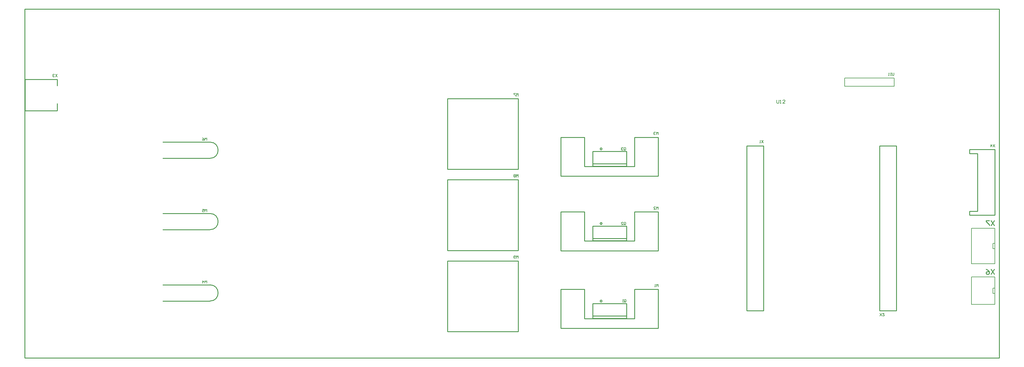
<source format=gbo>
G04 Layer_Color=32896*
%FSLAX43Y43*%
%MOMM*%
G71*
G01*
G75*
%ADD32C,0.150*%
%ADD33C,0.200*%
%ADD35C,0.254*%
%ADD36C,0.178*%
D32*
X291400Y28975D02*
Y39950D01*
Y28975D02*
X298600D01*
Y39950D01*
X291400D02*
X298600D01*
X298025Y35285D02*
X298575D01*
X298025Y33660D02*
Y35285D01*
Y33660D02*
X298600D01*
X298025Y19860D02*
X298600D01*
X298025D02*
Y21485D01*
X298575D01*
X291400Y24950D02*
X298600D01*
Y16500D02*
Y24950D01*
X291400Y16500D02*
X298600D01*
X291400D02*
Y24950D01*
X184567Y17333D02*
Y17866D01*
X184700Y18000D01*
X184967D01*
X185100Y17866D01*
Y17333D01*
X184967Y17200D01*
X184700D01*
X184833Y17467D02*
X184567Y17200D01*
X184700D02*
X184567Y17333D01*
X184300Y17200D02*
X184034D01*
X184167D01*
Y18000D01*
X184300Y17866D01*
X151878Y55691D02*
Y56491D01*
X151611Y56224D01*
X151345Y56491D01*
Y55691D01*
X151078Y56357D02*
X150945Y56491D01*
X150678D01*
X150545Y56357D01*
Y56224D01*
X150678Y56091D01*
X150545Y55958D01*
Y55824D01*
X150678Y55691D01*
X150945D01*
X151078Y55824D01*
Y55958D01*
X150945Y56091D01*
X151078Y56224D01*
Y56357D01*
X150945Y56091D02*
X150678D01*
X151878Y30697D02*
Y31497D01*
X151611Y31231D01*
X151345Y31497D01*
Y30697D01*
X151078Y30831D02*
X150945Y30697D01*
X150678D01*
X150545Y30831D01*
Y31364D01*
X150678Y31497D01*
X150945D01*
X151078Y31364D01*
Y31231D01*
X150945Y31097D01*
X150545D01*
X56000Y23000D02*
Y23800D01*
X55733Y23533D01*
X55467Y23800D01*
Y23000D01*
X54800D02*
Y23800D01*
X55200Y23400D01*
X54667D01*
X267567Y87838D02*
Y87172D01*
X267434Y87038D01*
X267167D01*
X267034Y87172D01*
Y87838D01*
X266767Y87038D02*
X266501D01*
X266634D01*
Y87838D01*
X266767Y87705D01*
X266101Y87038D02*
X265834D01*
X265967D01*
Y87838D01*
X266101Y87705D01*
X227307Y67046D02*
X226773Y66246D01*
Y67046D02*
X227307Y66246D01*
X226507D02*
X226240D01*
X226373D01*
Y67046D01*
X226507Y66913D01*
X194969Y68792D02*
Y69592D01*
X194702Y69325D01*
X194435Y69592D01*
Y68792D01*
X194169Y69458D02*
X194036Y69592D01*
X193769D01*
X193636Y69458D01*
Y69325D01*
X193769Y69192D01*
X193902D01*
X193769D01*
X193636Y69058D01*
Y68925D01*
X193769Y68792D01*
X194036D01*
X194169Y68925D01*
X9968Y87406D02*
X9435Y86607D01*
Y87406D02*
X9968Y86607D01*
X9168Y87273D02*
X9035Y87406D01*
X8769D01*
X8635Y87273D01*
Y87140D01*
X8769Y87006D01*
X8902D01*
X8769D01*
X8635Y86873D01*
Y86740D01*
X8769Y86607D01*
X9035D01*
X9168Y86740D01*
X298584Y65777D02*
X298051Y64977D01*
Y65777D02*
X298584Y64977D01*
X297384D02*
Y65777D01*
X297784Y65377D01*
X297251D01*
X263254Y12894D02*
X263787Y13694D01*
Y12894D02*
X263254Y13694D01*
X264586D02*
X264053D01*
X264586Y13161D01*
Y13027D01*
X264453Y12894D01*
X264187D01*
X264053Y13027D01*
X184467Y64133D02*
Y64666D01*
X184600Y64800D01*
X184867D01*
X185000Y64666D01*
Y64133D01*
X184867Y64000D01*
X184600D01*
X184733Y64267D02*
X184467Y64000D01*
X184600D02*
X184467Y64133D01*
X184200Y64666D02*
X184067Y64800D01*
X183800D01*
X183667Y64666D01*
Y64533D01*
X183800Y64400D01*
X183934D01*
X183800D01*
X183667Y64267D01*
Y64133D01*
X183800Y64000D01*
X184067D01*
X184200Y64133D01*
X184467Y41133D02*
Y41666D01*
X184600Y41800D01*
X184867D01*
X185000Y41666D01*
Y41133D01*
X184867Y41000D01*
X184600D01*
X184733Y41267D02*
X184467Y41000D01*
X184600D02*
X184467Y41133D01*
X183667Y41000D02*
X184200D01*
X183667Y41533D01*
Y41666D01*
X183800Y41800D01*
X184067D01*
X184200Y41666D01*
X56000Y67000D02*
Y67800D01*
X55733Y67533D01*
X55467Y67800D01*
Y67000D01*
X54667Y67800D02*
X54934Y67666D01*
X55200Y67400D01*
Y67133D01*
X55067Y67000D01*
X54800D01*
X54667Y67133D01*
Y67267D01*
X54800Y67400D01*
X55200D01*
X56000Y45000D02*
Y45800D01*
X55733Y45533D01*
X55467Y45800D01*
Y45000D01*
X54667Y45800D02*
X55200D01*
Y45400D01*
X54934Y45533D01*
X54800D01*
X54667Y45400D01*
Y45133D01*
X54800Y45000D01*
X55067D01*
X55200Y45133D01*
X194969Y21872D02*
Y22672D01*
X194702Y22406D01*
X194435Y22672D01*
Y21872D01*
X194169D02*
X193902D01*
X194036D01*
Y22672D01*
X194169Y22539D01*
X194969Y45777D02*
Y46576D01*
X194702Y46310D01*
X194435Y46576D01*
Y45777D01*
X193636D02*
X194169D01*
X193636Y46310D01*
Y46443D01*
X193769Y46576D01*
X194036D01*
X194169Y46443D01*
X151878Y80685D02*
Y81484D01*
X151611Y81218D01*
X151345Y81484D01*
Y80685D01*
X151078Y81484D02*
X150545D01*
Y81351D01*
X151078Y80818D01*
Y80685D01*
D33*
X252380Y86270D02*
X267620D01*
X252380Y83730D02*
Y86270D01*
Y83730D02*
X267620D01*
Y86270D01*
D35*
X177700Y17500D02*
G03*
X177700Y17500I-300J0D01*
G01*
X57000Y17500D02*
G03*
X57000Y22500I0J2500D01*
G01*
X177700Y64400D02*
G03*
X177700Y64400I-300J0D01*
G01*
Y41400D02*
G03*
X177700Y41400I-300J0D01*
G01*
X57000Y61500D02*
G03*
X57000Y66500I0J2500D01*
G01*
Y39500D02*
G03*
X57000Y44500I0J2500D01*
G01*
X174800Y12200D02*
X185200D01*
Y16700D01*
X174800D02*
X185200D01*
X174800Y12200D02*
Y16700D01*
Y12900D02*
X185200D01*
X130100Y33100D02*
Y54900D01*
X151900D01*
Y33100D02*
Y54900D01*
X130100Y33100D02*
X151900D01*
X130100Y8100D02*
X151900D01*
Y29900D01*
X130100D02*
X151900D01*
X130100Y8100D02*
Y29900D01*
X42500Y22500D02*
X57000D01*
X42500Y17500D02*
X57000D01*
X227430Y14570D02*
Y65370D01*
X222230D02*
X227430D01*
X222230Y14570D02*
Y65370D01*
Y14570D02*
X227430D01*
X165000Y56000D02*
X195000D01*
Y68000D01*
X187700D02*
X195000D01*
X187700Y59000D02*
Y68000D01*
X172300Y59000D02*
X187700D01*
X172300D02*
Y68000D01*
X165000D02*
X172300D01*
X165000Y56000D02*
Y68000D01*
X100Y76175D02*
X10000D01*
X100D02*
Y85825D01*
X10000D01*
Y83875D02*
Y85825D01*
Y76175D02*
Y78375D01*
X298600Y44000D02*
Y64200D01*
X290800Y44000D02*
X298600D01*
X290800Y64200D02*
X298600D01*
X290800Y63000D02*
Y64200D01*
Y63000D02*
X293300D01*
Y45200D02*
Y63000D01*
X290800Y45200D02*
X293300D01*
X290800Y44000D02*
Y45200D01*
X263130Y14570D02*
Y65370D01*
Y14570D02*
X268330D01*
Y65370D01*
X263130D02*
X268330D01*
X174800Y59100D02*
X185200D01*
Y63600D01*
X174800D02*
X185200D01*
X174800Y59100D02*
Y63600D01*
Y59800D02*
X185200D01*
X174800Y36100D02*
X185200D01*
Y40600D01*
X174800D02*
X185200D01*
X174800Y36100D02*
Y40600D01*
Y36800D02*
X185200D01*
X42500Y66500D02*
X57000D01*
X42500Y61500D02*
X57000D01*
X42500Y44500D02*
X57000D01*
X42500Y39500D02*
X57000D01*
X165000Y9100D02*
X195000D01*
Y21100D01*
X187700D02*
X195000D01*
X187700Y12100D02*
Y21100D01*
X172300Y12100D02*
X187700D01*
X172300D02*
Y21100D01*
X165000D02*
X172300D01*
X165000Y9100D02*
Y21100D01*
Y33000D02*
X195000D01*
Y45000D01*
X187700D02*
X195000D01*
X187700Y36000D02*
Y45000D01*
X172300Y36000D02*
X187700D01*
X172300D02*
Y45000D01*
X165000D02*
X172300D01*
X165000Y33000D02*
Y45000D01*
X130100Y58100D02*
X151900D01*
Y79900D01*
X130100D02*
X151900D01*
X130100Y58100D02*
Y79900D01*
X298428Y42308D02*
X297412Y40784D01*
Y42308D02*
X298428Y40784D01*
X296904Y42308D02*
X295889D01*
Y42054D01*
X296904Y41038D01*
Y40784D01*
X298424Y27313D02*
X297409Y25789D01*
Y27313D02*
X298424Y25789D01*
X295885Y27313D02*
X296393Y27059D01*
X296901Y26551D01*
Y26043D01*
X296647Y25789D01*
X296139D01*
X295885Y26043D01*
Y26297D01*
X296139Y26551D01*
X296901D01*
X0Y0D02*
X300000D01*
Y107500D01*
X0D02*
X300000D01*
X0Y0D02*
Y107500D01*
D36*
X231476Y79508D02*
Y78661D01*
X231645Y78492D01*
X231984D01*
X232153Y78661D01*
Y79508D01*
X232492Y78492D02*
X232830D01*
X232661D01*
Y79508D01*
X232492Y79338D01*
X234015Y78492D02*
X233338D01*
X234015Y79169D01*
Y79338D01*
X233846Y79508D01*
X233507D01*
X233338Y79338D01*
M02*

</source>
